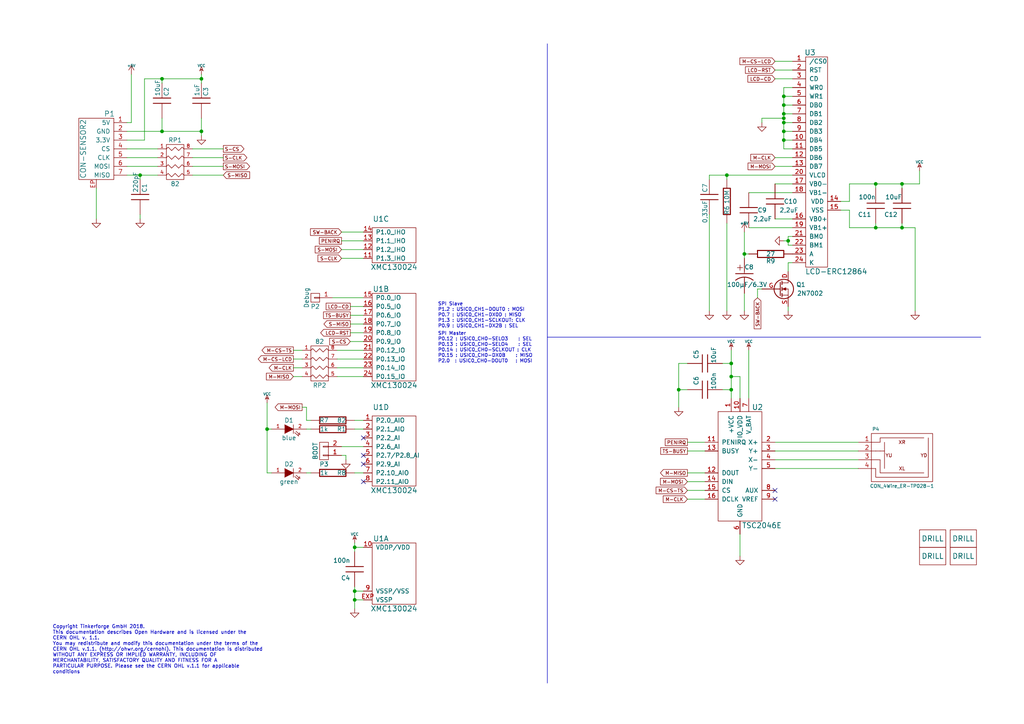
<source format=kicad_sch>
(kicad_sch (version 20230121) (generator eeschema)
  (paper "A4")
  (title_block (title "LCD 128x64 Bricklet") (date "2018-03-27") (rev "1.0") (company "Tinkerforge GmbH") (comment 1 "Licensed under CERN OHL v.1.1") (comment 2 "Copyright (©) 2018, L.Lauer <lukas@tinkerforge.com>"))
  (lib_symbols
    (symbol "tinkerforge:+5V" (power) (pin_names (offset 0))
      (property "Value" "tinkerforge_+5V" (at 0 3.556 0))
      (symbol "+5V_0_1"
        (polyline (pts (xy -0.762 1.27) (xy 0 2.54)))
        (polyline (pts (xy 0 0) (xy 0 2.54)))
        (polyline (pts (xy 0 2.54) (xy 0.762 1.27)))
      )
      (symbol "+5V_1_1"
        (pin power_in line (at 0 0 90) (length 0) hide (name "+5V") (number "1"))
      )
    )
    (symbol "tinkerforge:C" (pin_numbers hide) (pin_names (offset 0.254))
      (property "Reference" "C" (at 1.27 2.54 0))
      (property "Value" "tinkerforge_C" (at 1.27 -2.54 0))
      (symbol "C_0_1"
        (polyline (pts (xy -2.54 -0.762) (xy 2.54 -0.762)) (stroke (width 0.254)))
        (polyline (pts (xy -2.54 0.762) (xy 2.54 0.762)) (stroke (width 0.254)))
      )
      (symbol "C_1_1"
        (pin passive line (at 0 5.08 270) (length 4.318) (name "~") (number "1"))
        (pin passive line (at 0 -5.08 90) (length 4.318) (name "~") (number "2"))
      )
    )
    (symbol "tinkerforge:CON-SENSOR2" (pin_names (offset 1.016))
      (property "Reference" "P" (at -3.81 10.16 0))
      (property "Value" "tinkerforge_CON-SENSOR2" (at 3.81 0 90))
      (symbol "CON-SENSOR2_0_1"
        (rectangle (start -5.08 8.89) (end 5.08 -8.89))
      )
      (symbol "CON-SENSOR2_1_1"
        (pin passive line (at -8.89 7.62 0) (length 3.81) (name "5V") (number "1"))
        (pin passive line (at -8.89 5.08 0) (length 3.81) (name "GND") (number "2"))
        (pin passive line (at -8.89 2.54 0) (length 3.81) (name "3.3V") (number "3"))
        (pin passive line (at -8.89 0 0) (length 3.81) (name "CS") (number "4"))
        (pin passive line (at -8.89 -2.54 0) (length 3.81) (name "CLK") (number "5"))
        (pin passive line (at -8.89 -5.08 0) (length 3.81) (name "MOSI") (number "6"))
        (pin passive line (at -8.89 -7.62 0) (length 3.81) (name "MISO") (number "7"))
        (pin passive line (at 0 -11.43 90) (length 2.54) (name "~") (number "EP"))
      )
    )
    (symbol "tinkerforge:CONN_01X01" (pin_names (offset 1.016) hide)
      (property "Reference" "P" (at 0 2.54 0))
      (property "Value" "tinkerforge_CONN_01X01" (at 2.54 0 90))
      (symbol "CONN_01X01_0_1"
        (rectangle (start -1.27 0.127) (end 0.254 -0.127))
        (rectangle (start -1.27 1.27) (end 1.27 -1.27))
      )
      (symbol "CONN_01X01_1_1"
        (pin passive line (at -5.08 0 0) (length 3.81) (name "P1") (number "1"))
      )
    )
    (symbol "tinkerforge:CONN_01X02" (pin_names (offset 1.016) hide)
      (property "Reference" "P" (at 0 3.81 0))
      (property "Value" "tinkerforge_CONN_01X02" (at 2.54 0 90))
      (symbol "CONN_01X02_0_1"
        (rectangle (start -1.27 -1.143) (end 0.254 -1.397))
        (rectangle (start -1.27 1.397) (end 0.254 1.143))
        (rectangle (start -1.27 2.54) (end 1.27 -2.54))
      )
      (symbol "CONN_01X02_1_1"
        (pin passive line (at -5.08 1.27 0) (length 3.81) (name "P1") (number "1"))
        (pin passive line (at -5.08 -1.27 0) (length 3.81) (name "P2") (number "2"))
      )
    )
    (symbol "tinkerforge:CON_4Wire_ER-TP028-1" (pin_names (offset 1.016))
      (property "Reference" "P" (at -3.81 7.62 0))
      (property "Value" "tinkerforge_CON_4Wire_ER-TP028-1" (at 3.81 -8.89 0))
      (symbol "CON_4Wire_ER-TP028-1_0_0"
        (text "XL" (at 3.81 -3.81 0) (effects (font (size 0.9906 0.9906))))
        (text "XR" (at 3.81 3.81 0) (effects (font (size 0.9906 0.9906))))
        (text "YD" (at 10.16 0 0) (effects (font (size 0.9906 0.9906))))
        (text "YU" (at 0 0 0) (effects (font (size 0.9906 0.9906))))
      )
      (symbol "CON_4Wire_ER-TP028-1_0_1"
        (rectangle (start -5.08 6.35) (end 12.7 -7.62))
        (polyline (pts (xy -3.81 -1.27) (xy -2.54 -1.27)))
        (polyline (pts (xy -3.81 1.27) (xy -2.54 1.27)))
        (polyline (pts (xy -2.54 3.81) (xy -3.81 3.81)))
        (polyline (pts (xy -1.27 1.27) (xy -1.27 -3.81)))
        (polyline (pts (xy -2.54 -1.27) (xy -2.54 -5.08) (xy 10.16 -5.08)))
        (polyline (pts (xy -2.54 1.27) (xy -1.27 1.27) (xy -1.27 3.81)))
        (polyline (pts (xy -2.54 3.81) (xy -2.54 5.08) (xy 10.16 5.08)))
        (polyline (pts (xy -3.81 -3.81) (xy -3.81 -6.35) (xy 11.43 -6.35) (xy 11.43 5.08)))
      )
      (symbol "CON_4Wire_ER-TP028-1_1_1"
        (pin input line (at -8.89 3.81 0) (length 5.08) (name "~") (number "1"))
        (pin input line (at -8.89 1.27 0) (length 5.08) (name "~") (number "2"))
        (pin input line (at -8.89 -1.27 0) (length 5.08) (name "~") (number "3"))
        (pin input line (at -8.89 -3.81 0) (length 5.08) (name "~") (number "4"))
      )
    )
    (symbol "tinkerforge:CP1" (pin_numbers hide) (pin_names (offset 0.254) hide)
      (property "Reference" "C" (at 1.27 2.54 0))
      (property "Value" "tinkerforge_CP1" (at 1.27 -2.54 0))
      (symbol "CP1_0_0"
        (text "+" (at -1.27 2.54 0) (effects (font (size 2.032 2.032))))
      )
      (symbol "CP1_0_1"
        (polyline (pts (xy 0 1.27) (xy 0 0.762) (xy 0 0.762)))
        (polyline (pts (xy 2.54 0.635) (xy -2.54 0.635) (xy -2.54 0.635)) (stroke (width 0.254)))
        (arc (start 2.54 -1.27) (mid 0 -0.379) (end -2.54 -1.27) (stroke (width 0.254)))
      )
      (symbol "CP1_1_1"
        (pin passive line (at 0 5.08 270) (length 3.81) (name "~") (number "1"))
        (pin passive line (at 0 -5.08 90) (length 4.572) (name "~") (number "2"))
      )
    )
    (symbol "tinkerforge:DRILL" (pin_numbers hide) (pin_names (offset 0) hide)
      (property "Value" "tinkerforge_DRILL" (at 0 0 0))
      (symbol "DRILL_0_1"
        (rectangle (start -3.81 2.54) (end 3.81 -2.54))
      )
    )
    (symbol "tinkerforge:GND" (power) (pin_names (offset 0))
      (property "Value" "tinkerforge_GND" (at 0 -5.08 0))
      (symbol "GND_0_1"
        (polyline (pts (xy 0 0) (xy 0 -1.27) (xy 1.27 -1.27) (xy 0 -2.54) (xy -1.27 -1.27) (xy 0 -1.27)))
      )
      (symbol "GND_1_1"
        (pin power_in line (at 0 0 270) (length 0) hide (name "GND") (number "1"))
      )
    )
    (symbol "tinkerforge:LCD-ERC12864" (pin_names (offset 1.016))
      (property "Reference" "U" (at 1.27 31.75 0))
      (property "Value" "tinkerforge_LCD-ERC12864" (at 3.81 -31.75 0))
      (symbol "LCD-ERC12864_0_1"
        (rectangle (start 0 -30.48) (end 6.35 30.48))
      )
      (symbol "LCD-ERC12864_1_1"
        (pin passive line (at -3.81 29.21 0) (length 3.81) (name "/CS0") (number "1"))
        (pin passive line (at -3.81 6.35 0) (length 3.81) (name "DB4") (number "10"))
        (pin passive line (at -3.81 3.81 0) (length 3.81) (name "DB5") (number "11"))
        (pin passive line (at -3.81 1.27 0) (length 3.81) (name "DB6") (number "12"))
        (pin passive line (at -3.81 -1.27 0) (length 3.81) (name "DB7") (number "13"))
        (pin passive line (at 10.16 -11.43 180) (length 3.81) (name "VDD") (number "14"))
        (pin passive line (at 10.16 -13.97 180) (length 3.81) (name "VSS") (number "15"))
        (pin passive line (at -3.81 -16.51 0) (length 3.81) (name "VB0+") (number "16"))
        (pin passive line (at -3.81 -6.35 0) (length 3.81) (name "VB0-") (number "17"))
        (pin passive line (at -3.81 -8.89 0) (length 3.81) (name "VB1-") (number "18"))
        (pin passive line (at -3.81 -19.05 0) (length 3.81) (name "VB1+") (number "19"))
        (pin passive line (at -3.81 26.67 0) (length 3.81) (name "RST") (number "2"))
        (pin passive line (at -3.81 -3.81 0) (length 3.81) (name "VLCD") (number "20"))
        (pin passive line (at -3.81 -21.59 0) (length 3.81) (name "BM0") (number "21"))
        (pin passive line (at -3.81 -24.13 0) (length 3.81) (name "BM1") (number "22"))
        (pin input line (at -3.81 -26.67 0) (length 3.81) (name "A") (number "23"))
        (pin input line (at -3.81 -29.21 0) (length 3.81) (name "K") (number "24"))
        (pin passive line (at -3.81 24.13 0) (length 3.81) (name "CD") (number "3"))
        (pin passive line (at -3.81 21.59 0) (length 3.81) (name "WR0") (number "4"))
        (pin passive line (at -3.81 19.05 0) (length 3.81) (name "WR1") (number "5"))
        (pin passive line (at -3.81 16.51 0) (length 3.81) (name "DB0") (number "6"))
        (pin passive line (at -3.81 13.97 0) (length 3.81) (name "DB1") (number "7"))
        (pin passive line (at -3.81 11.43 0) (length 3.81) (name "DB2") (number "8"))
        (pin passive line (at -3.81 8.89 0) (length 3.81) (name "DB3") (number "9"))
      )
    )
    (symbol "tinkerforge:LED" (pin_names (offset 1.016) hide)
      (property "Reference" "D" (at 0 2.54 0))
      (property "Value" "tinkerforge_LED" (at 0 -2.54 0))
      (symbol "LED_0_1"
        (polyline (pts (xy 1.27 1.27) (xy 1.27 -1.27)))
        (polyline (pts (xy -1.27 1.27) (xy 1.27 0) (xy -1.27 -1.27)) (fill (type outline)))
        (polyline (pts (xy 1.651 -1.016) (xy 2.794 -2.032) (xy 2.667 -1.397)))
        (polyline (pts (xy 2.032 -0.635) (xy 3.175 -1.651) (xy 3.048 -1.016)))
      )
      (symbol "LED_1_1"
        (pin passive line (at -5.08 0 0) (length 3.81) (name "A") (number "1"))
        (pin passive line (at 5.08 0 180) (length 3.81) (name "K") (number "2"))
      )
    )
    (symbol "tinkerforge:MOSFET_N_CH" (pin_names (offset 0) hide)
      (property "Reference" "Q" (at 7.62 1.27 0))
      (property "Value" "tinkerforge_MOSFET_N_CH" (at 17.78 -1.27 0))
      (symbol "MOSFET_N_CH_0_1"
        (polyline (pts (xy 0.762 -1.778) (xy 2.54 -1.778)))
        (polyline (pts (xy 0.762 -1.27) (xy 0.762 -2.286)) (stroke (width 0.254)))
        (polyline (pts (xy 0.762 0) (xy 2.54 0)))
        (polyline (pts (xy 0.762 0.508) (xy 0.762 -0.508)) (stroke (width 0.254)))
        (polyline (pts (xy 0.762 1.778) (xy 2.54 1.778)))
        (polyline (pts (xy 0.762 2.286) (xy 0.762 1.27)) (stroke (width 0.254)))
        (polyline (pts (xy 2.54 -1.778) (xy 2.54 -2.54)))
        (polyline (pts (xy 2.54 -1.778) (xy 2.54 0)))
        (polyline (pts (xy 2.54 2.54) (xy 2.54 1.778)))
        (polyline (pts (xy 0.254 1.905) (xy 0.254 -1.905) (xy 0.254 -1.905)) (stroke (width 0.254)))
        (polyline (pts (xy 0.889 0) (xy 1.905 0.381) (xy 1.905 -0.381) (xy 0.889 0)) (fill (type outline)))
        (circle (center 1.27 0) (radius 2.8194) (stroke (width 0.254)))
      )
      (symbol "MOSFET_N_CH_1_1"
        (pin passive line (at 2.54 5.08 270) (length 2.54) (name "D") (number "D"))
        (pin input line (at -5.08 0 0) (length 5.334) (name "G") (number "G"))
        (pin passive line (at 2.54 -5.08 90) (length 2.54) (name "S") (number "S"))
      )
    )
    (symbol "tinkerforge:R" (pin_numbers hide) (pin_names (offset 0))
      (property "Reference" "R" (at 2.032 0 90))
      (property "Value" "tinkerforge_R" (at 0 0 90))
      (symbol "R_0_1"
        (rectangle (start -1.016 3.81) (end 1.016 -3.81) (stroke (width 0.3048)))
      )
      (symbol "R_1_1"
        (pin passive line (at 0 6.35 270) (length 2.54) (name "~") (number "1"))
        (pin passive line (at 0 -6.35 90) (length 2.54) (name "~") (number "2"))
      )
    )
    (symbol "tinkerforge:R_PACK4" (pin_names hide)
      (property "Reference" "RP" (at 0 11.43 0))
      (property "Value" "tinkerforge_R_PACK4" (at 0 -1.27 0))
      (symbol "R_PACK4_0_1"
        (polyline (pts (xy -2.54 10.16) (xy -2.54 0) (xy 2.54 0) (xy 2.54 10.16) (xy -2.54 10.16)))
        (polyline (pts (xy -2.54 1.27) (xy -2.032 1.778) (xy -1.016 0.762) (xy 0 1.778) (xy 1.016 0.762) (xy 2.032 1.778) (xy 2.54 1.27)))
        (polyline (pts (xy -2.54 3.81) (xy -2.032 4.318) (xy -1.016 3.302) (xy 0 4.318) (xy 1.016 3.302) (xy 2.032 4.318) (xy 2.54 3.81)))
        (polyline (pts (xy -2.54 6.35) (xy -2.032 6.858) (xy -1.016 5.842) (xy 0 6.858) (xy 1.016 5.842) (xy 2.032 6.858) (xy 2.54 6.35)))
        (polyline (pts (xy -2.54 8.89) (xy -2.032 9.398) (xy -1.016 8.382) (xy 0 9.398) (xy 1.016 8.382) (xy 2.032 9.398) (xy 2.54 8.89)))
      )
      (symbol "R_PACK4_1_1"
        (pin passive line (at -5.08 8.89 0) (length 2.54) (name "P1") (number "1"))
        (pin passive line (at -5.08 6.35 0) (length 2.54) (name "P2") (number "2"))
        (pin passive line (at -5.08 3.81 0) (length 2.54) (name "P3") (number "3"))
        (pin passive line (at -5.08 1.27 0) (length 2.54) (name "P4") (number "4"))
        (pin passive line (at 5.08 1.27 180) (length 2.54) (name "R4") (number "5"))
        (pin passive line (at 5.08 3.81 180) (length 2.54) (name "R3") (number "6"))
        (pin passive line (at 5.08 6.35 180) (length 2.54) (name "R2") (number "7"))
        (pin passive line (at 5.08 8.89 180) (length 2.54) (name "R1") (number "8"))
      )
    )
    (symbol "tinkerforge:TSC2046E" (pin_names (offset 1.016))
      (property "Reference" "U" (at 5.08 21.59 0))
      (property "Value" "tinkerforge_TSC2046E" (at 6.35 -12.7 0))
      (symbol "TSC2046E_0_1"
        (rectangle (start -6.35 20.32) (end 6.35 -11.43))
      )
      (symbol "TSC2046E_1_1"
        (pin passive line (at -2.54 24.13 270) (length 3.81) (name "+VCC") (number "1"))
        (pin passive line (at 0 24.13 270) (length 3.81) (name "IO_VDD") (number "10"))
        (pin passive line (at -10.16 11.43 0) (length 3.81) (name "PENIRQ") (number "11"))
        (pin passive line (at -10.16 2.54 0) (length 3.81) (name "DOUT") (number "12"))
        (pin passive line (at -10.16 8.89 0) (length 3.81) (name "BUSY") (number "13"))
        (pin passive line (at -10.16 0 0) (length 3.81) (name "DIN") (number "14"))
        (pin passive line (at -10.16 -2.54 0) (length 3.81) (name "CS") (number "15"))
        (pin passive line (at -10.16 -5.08 0) (length 3.81) (name "DCLK") (number "16"))
        (pin passive line (at 10.16 11.43 180) (length 3.81) (name "X+") (number "2"))
        (pin passive line (at 10.16 8.89 180) (length 3.81) (name "Y+") (number "3"))
        (pin passive line (at 10.16 6.35 180) (length 3.81) (name "X-") (number "4"))
        (pin passive line (at 10.16 3.81 180) (length 3.81) (name "Y-") (number "5"))
        (pin passive line (at 0 -15.24 90) (length 3.81) (name "GND") (number "6"))
        (pin passive line (at 2.54 24.13 270) (length 3.81) (name "V_BAT") (number "7"))
        (pin passive line (at 10.16 -2.54 180) (length 3.81) (name "AUX") (number "8"))
        (pin passive line (at 10.16 -5.08 180) (length 3.81) (name "VREF") (number "9"))
      )
    )
    (symbol "tinkerforge:VCC" (power) (pin_names (offset 0))
      (property "Value" "tinkerforge_VCC" (at 0 3.175 0))
      (symbol "VCC_0_0"
        (pin power_in line (at 0 0 90) (length 0) hide (name "VCC") (number "1"))
      )
      (symbol "VCC_0_1"
        (polyline (pts (xy 0 1.524) (xy 0 0)))
        (polyline (pts (xy 0 1.524) (xy 0.508 1.016) (xy 0 2.286) (xy -0.508 1.016) (xy 0 1.524) (xy 0 1.524)))
      )
    )
    (symbol "tinkerforge:XMC1XXX24" (pin_names (offset 1.016))
      (property "Reference" "U" (at -3.81 15.24 0))
      (property "Value" "tinkerforge_XMC1XXX24" (at 0 -16.51 0))
      (symbol "XMC1XXX24_1_1"
        (rectangle (start -6.35 8.89) (end 6.35 -8.89))
        (pin passive line (at -8.89 7.62 0) (length 2.54) (name "VDDP/VDD") (number "10"))
        (pin passive line (at -8.89 -5.08 0) (length 2.54) (name "VSSP/VSS") (number "9"))
        (pin passive line (at -8.89 -7.62 0) (length 2.54) (name "VSSP") (number "EXP"))
      )
      (symbol "XMC1XXX24_2_1"
        (rectangle (start -6.35 12.7) (end 6.35 -12.7))
        (pin passive line (at -8.89 11.43 0) (length 2.54) (name "P0.0_IO") (number "15"))
        (pin passive line (at -8.89 8.89 0) (length 2.54) (name "P0.5_IO") (number "16"))
        (pin passive line (at -8.89 6.35 0) (length 2.54) (name "P0.6_IO") (number "17"))
        (pin passive line (at -8.89 3.81 0) (length 2.54) (name "P0.7_IO") (number "18"))
        (pin passive line (at -8.89 1.27 0) (length 2.54) (name "P0.8_IO") (number "19"))
        (pin passive line (at -8.89 -1.27 0) (length 2.54) (name "P0.9_IO") (number "20"))
        (pin passive line (at -8.89 -3.81 0) (length 2.54) (name "P0.12_IO") (number "21"))
        (pin passive line (at -8.89 -6.35 0) (length 2.54) (name "P0.13_IO") (number "22"))
        (pin passive line (at -8.89 -8.89 0) (length 2.54) (name "P0.14_IO") (number "23"))
        (pin passive line (at -8.89 -11.43 0) (length 2.54) (name "P0.15_IO") (number "24"))
      )
      (symbol "XMC1XXX24_3_1"
        (rectangle (start -6.35 5.08) (end 6.35 -5.08))
        (pin passive line (at -8.89 -3.81 0) (length 2.54) (name "P1.3_IHO") (number "11"))
        (pin passive line (at -8.89 -1.27 0) (length 2.54) (name "P1.2_IHO") (number "12"))
        (pin passive line (at -8.89 1.27 0) (length 2.54) (name "P1.1_IHO") (number "13"))
        (pin passive line (at -8.89 3.81 0) (length 2.54) (name "P1.0_IHO") (number "14"))
      )
      (symbol "XMC1XXX24_4_1"
        (rectangle (start -6.35 10.16) (end 6.35 -10.16))
        (pin passive line (at -8.89 8.89 0) (length 2.54) (name "P2.0_AIO") (number "1"))
        (pin passive line (at -8.89 6.35 0) (length 2.54) (name "P2.1_AIO") (number "2"))
        (pin passive line (at -8.89 3.81 0) (length 2.54) (name "P2.2_AI") (number "3"))
        (pin passive line (at -8.89 1.27 0) (length 2.54) (name "P2.6_AI") (number "4"))
        (pin passive line (at -8.89 -1.27 0) (length 2.54) (name "P2.7/P2.8_AI") (number "5"))
        (pin passive line (at -8.89 -3.81 0) (length 2.54) (name "P2.9_AI") (number "6"))
        (pin passive line (at -8.89 -6.35 0) (length 2.54) (name "P2.10_AIO") (number "7"))
        (pin passive line (at -8.89 -8.89 0) (length 2.54) (name "P2.11_AIO") (number "8"))
      )
    )
  )
  (junction (at 102.87 158.75))
  (junction (at 227.33 40.64))
  (junction (at 227.33 30.48))
  (junction (at 215.9 73.66))
  (junction (at 196.85 113.03))
  (junction (at 227.33 34.29))
  (junction (at 46.99 22.86))
  (junction (at 210.82 50.8))
  (junction (at 227.33 27.94))
  (junction (at 212.09 113.03))
  (junction (at 227.33 38.1))
  (junction (at 58.42 38.1))
  (junction (at 254 53.34))
  (junction (at 228.6 69.85))
  (junction (at 77.47 124.46))
  (junction (at 227.33 35.56))
  (junction (at 58.42 22.86))
  (junction (at 102.87 173.99))
  (junction (at 40.64 50.8))
  (junction (at 102.87 171.45))
  (junction (at 212.09 109.22))
  (junction (at 261.62 66.04))
  (junction (at 227.33 33.02))
  (junction (at 212.09 105.41))
  (junction (at 254 66.04))
  (junction (at 46.99 38.1))
  (junction (at 261.62 53.34))
  (no_connect (at 105.41 127))
  (no_connect (at 105.41 132.08))
  (no_connect (at 224.79 142.24))
  (no_connect (at 105.41 134.62))
  (no_connect (at 224.79 144.78))
  (no_connect (at 105.41 139.7))
  (wire (pts (xy 224.79 17.78) (xy 229.87 17.78)))
  (wire (pts (xy 105.41 121.92) (xy 102.87 121.92)))
  (wire (pts (xy 55.88 48.26) (xy 64.77 48.26)))
  (wire (pts (xy 77.47 116.84) (xy 77.47 124.46)))
  (wire (pts (xy 90.17 121.92) (xy 88.9 121.92)))
  (wire (pts (xy 102.87 170.18) (xy 102.87 171.45)))
  (wire (pts (xy 46.99 38.1) (xy 58.42 38.1)))
  (wire (pts (xy 209.55 105.41) (xy 212.09 105.41)))
  (polyline (pts (xy 284.48 97.79) (xy 158.75 97.79)))
  (wire (pts (xy 205.74 62.23) (xy 205.74 90.17)))
  (wire (pts (xy 217.17 55.88) (xy 229.87 55.88)))
  (wire (pts (xy 227.33 43.18) (xy 229.87 43.18)))
  (wire (pts (xy 102.87 157.48) (xy 102.87 158.75)))
  (wire (pts (xy 214.63 154.94) (xy 214.63 161.29)))
  (wire (pts (xy 210.82 52.07) (xy 210.82 50.8)))
  (wire (pts (xy 227.33 38.1) (xy 227.33 40.64)))
  (wire (pts (xy 102.87 173.99) (xy 102.87 176.53)))
  (wire (pts (xy 228.6 68.58) (xy 229.87 68.58)))
  (wire (pts (xy 246.38 58.42) (xy 243.84 58.42)))
  (polyline (pts (xy 158.75 12.7) (xy 158.75 198.12)))
  (wire (pts (xy 55.88 45.72) (xy 64.77 45.72)))
  (wire (pts (xy 199.39 142.24) (xy 204.47 142.24)))
  (wire (pts (xy 214.63 109.22) (xy 212.09 109.22)))
  (wire (pts (xy 88.9 118.11) (xy 87.63 118.11)))
  (wire (pts (xy 102.87 137.16) (xy 105.41 137.16)))
  (wire (pts (xy 224.79 45.72) (xy 229.87 45.72)))
  (wire (pts (xy 102.87 158.75) (xy 102.87 160.02)))
  (wire (pts (xy 99.06 132.08) (xy 100.33 132.08)))
  (wire (pts (xy 101.6 91.44) (xy 105.41 91.44)))
  (wire (pts (xy 205.74 50.8) (xy 205.74 52.07)))
  (wire (pts (xy 105.41 74.93) (xy 99.06 74.93)))
  (wire (pts (xy 229.87 76.2) (xy 228.6 76.2)))
  (wire (pts (xy 248.92 135.89) (xy 224.79 135.89)))
  (wire (pts (xy 224.79 133.35) (xy 248.92 133.35)))
  (wire (pts (xy 38.1 35.56) (xy 36.83 35.56)))
  (wire (pts (xy 46.99 22.86) (xy 58.42 22.86)))
  (wire (pts (xy 85.09 101.6) (xy 87.63 101.6)))
  (wire (pts (xy 97.79 104.14) (xy 105.41 104.14)))
  (wire (pts (xy 204.47 139.7) (xy 199.39 139.7)))
  (wire (pts (xy 229.87 40.64) (xy 227.33 40.64)))
  (wire (pts (xy 58.42 21.59) (xy 58.42 22.86)))
  (wire (pts (xy 254 66.04) (xy 261.62 66.04)))
  (wire (pts (xy 228.6 71.12) (xy 229.87 71.12)))
  (wire (pts (xy 215.9 85.09) (xy 215.9 90.17)))
  (wire (pts (xy 101.6 99.06) (xy 105.41 99.06)))
  (wire (pts (xy 105.41 101.6) (xy 97.79 101.6)))
  (wire (pts (xy 214.63 115.57) (xy 214.63 109.22)))
  (wire (pts (xy 228.6 69.85) (xy 228.6 71.12)))
  (wire (pts (xy 196.85 113.03) (xy 196.85 118.11)))
  (wire (pts (xy 243.84 60.96) (xy 246.38 60.96)))
  (wire (pts (xy 102.87 158.75) (xy 105.41 158.75)))
  (wire (pts (xy 36.83 43.18) (xy 45.72 43.18)))
  (wire (pts (xy 229.87 35.56) (xy 227.33 35.56)))
  (wire (pts (xy 102.87 124.46) (xy 105.41 124.46)))
  (wire (pts (xy 99.06 72.39) (xy 105.41 72.39)))
  (wire (pts (xy 100.33 132.08) (xy 100.33 133.35)))
  (wire (pts (xy 224.79 128.27) (xy 248.92 128.27)))
  (wire (pts (xy 27.94 54.61) (xy 27.94 63.5)))
  (wire (pts (xy 228.6 76.2) (xy 228.6 78.74)))
  (wire (pts (xy 105.41 88.9) (xy 101.6 88.9)))
  (wire (pts (xy 246.38 53.34) (xy 246.38 58.42)))
  (wire (pts (xy 215.9 67.31) (xy 215.9 73.66)))
  (wire (pts (xy 212.09 109.22) (xy 212.09 113.03)))
  (wire (pts (xy 215.9 73.66) (xy 215.9 74.93)))
  (wire (pts (xy 102.87 173.99) (xy 105.41 173.99)))
  (wire (pts (xy 40.64 50.8) (xy 40.64 52.07)))
  (wire (pts (xy 212.09 113.03) (xy 212.09 115.57)))
  (wire (pts (xy 105.41 69.85) (xy 99.06 69.85)))
  (wire (pts (xy 38.1 21.59) (xy 38.1 35.56)))
  (wire (pts (xy 36.83 48.26) (xy 45.72 48.26)))
  (wire (pts (xy 261.62 66.04) (xy 265.43 66.04)))
  (wire (pts (xy 228.6 68.58) (xy 228.6 69.85)))
  (wire (pts (xy 266.7 53.34) (xy 266.7 49.53)))
  (wire (pts (xy 229.87 66.04) (xy 217.17 66.04)))
  (wire (pts (xy 261.62 54.61) (xy 261.62 53.34)))
  (wire (pts (xy 41.91 40.64) (xy 41.91 22.86)))
  (wire (pts (xy 41.91 22.86) (xy 46.99 22.86)))
  (wire (pts (xy 97.79 109.22) (xy 105.41 109.22)))
  (wire (pts (xy 246.38 53.34) (xy 254 53.34)))
  (wire (pts (xy 102.87 171.45) (xy 102.87 173.99)))
  (wire (pts (xy 228.6 88.9) (xy 228.6 90.17)))
  (wire (pts (xy 227.33 34.29) (xy 220.98 34.29)))
  (wire (pts (xy 212.09 105.41) (xy 212.09 109.22)))
  (wire (pts (xy 46.99 24.13) (xy 46.99 22.86)))
  (wire (pts (xy 254 64.77) (xy 254 66.04)))
  (wire (pts (xy 196.85 105.41) (xy 196.85 113.03)))
  (wire (pts (xy 46.99 34.29) (xy 46.99 38.1)))
  (wire (pts (xy 85.09 106.68) (xy 87.63 106.68)))
  (wire (pts (xy 229.87 20.32) (xy 224.79 20.32)))
  (wire (pts (xy 36.83 50.8) (xy 40.64 50.8)))
  (wire (pts (xy 101.6 96.52) (xy 105.41 96.52)))
  (wire (pts (xy 261.62 53.34) (xy 266.7 53.34)))
  (wire (pts (xy 220.98 34.29) (xy 220.98 35.56)))
  (wire (pts (xy 219.71 83.82) (xy 219.71 86.36)))
  (wire (pts (xy 58.42 22.86) (xy 58.42 24.13)))
  (wire (pts (xy 40.64 50.8) (xy 45.72 50.8)))
  (wire (pts (xy 261.62 64.77) (xy 261.62 66.04)))
  (wire (pts (xy 87.63 109.22) (xy 85.09 109.22)))
  (wire (pts (xy 246.38 66.04) (xy 254 66.04)))
  (wire (pts (xy 229.87 38.1) (xy 227.33 38.1)))
  (wire (pts (xy 210.82 50.8) (xy 229.87 50.8)))
  (wire (pts (xy 55.88 50.8) (xy 64.77 50.8)))
  (wire (pts (xy 90.17 137.16) (xy 88.9 137.16)))
  (wire (pts (xy 199.39 128.27) (xy 204.47 128.27)))
  (wire (pts (xy 227.33 25.4) (xy 227.33 27.94)))
  (wire (pts (xy 199.39 105.41) (xy 196.85 105.41)))
  (wire (pts (xy 77.47 124.46) (xy 77.47 137.16)))
  (wire (pts (xy 229.87 33.02) (xy 227.33 33.02)))
  (wire (pts (xy 227.33 40.64) (xy 227.33 43.18)))
  (wire (pts (xy 229.87 48.26) (xy 224.79 48.26)))
  (wire (pts (xy 205.74 50.8) (xy 210.82 50.8)))
  (wire (pts (xy 204.47 144.78) (xy 199.39 144.78)))
  (wire (pts (xy 217.17 115.57) (xy 217.17 101.6)))
  (wire (pts (xy 55.88 43.18) (xy 64.77 43.18)))
  (wire (pts (xy 105.41 129.54) (xy 99.06 129.54)))
  (wire (pts (xy 229.87 27.94) (xy 227.33 27.94)))
  (wire (pts (xy 227.33 34.29) (xy 227.33 35.56)))
  (wire (pts (xy 58.42 38.1) (xy 58.42 39.37)))
  (wire (pts (xy 227.33 33.02) (xy 227.33 34.29)))
  (wire (pts (xy 217.17 73.66) (xy 215.9 73.66)))
  (wire (pts (xy 105.41 171.45) (xy 102.87 171.45)))
  (wire (pts (xy 199.39 113.03) (xy 196.85 113.03)))
  (wire (pts (xy 224.79 63.5) (xy 229.87 63.5)))
  (wire (pts (xy 45.72 45.72) (xy 36.83 45.72)))
  (wire (pts (xy 58.42 34.29) (xy 58.42 38.1)))
  (wire (pts (xy 229.87 53.34) (xy 224.79 53.34)))
  (wire (pts (xy 254 54.61) (xy 254 53.34)))
  (wire (pts (xy 204.47 130.81) (xy 199.39 130.81)))
  (wire (pts (xy 105.41 67.31) (xy 99.06 67.31)))
  (wire (pts (xy 36.83 40.64) (xy 41.91 40.64)))
  (wire (pts (xy 36.83 38.1) (xy 46.99 38.1)))
  (wire (pts (xy 254 53.34) (xy 261.62 53.34)))
  (wire (pts (xy 248.92 130.81) (xy 224.79 130.81)))
  (wire (pts (xy 105.41 86.36) (xy 96.52 86.36)))
  (wire (pts (xy 199.39 137.16) (xy 204.47 137.16)))
  (wire (pts (xy 227.33 69.85) (xy 228.6 69.85)))
  (wire (pts (xy 77.47 137.16) (xy 78.74 137.16)))
  (wire (pts (xy 220.98 83.82) (xy 219.71 83.82)))
  (wire (pts (xy 90.17 124.46) (xy 88.9 124.46)))
  (wire (pts (xy 88.9 121.92) (xy 88.9 118.11)))
  (wire (pts (xy 40.64 63.5) (xy 40.64 62.23)))
  (wire (pts (xy 224.79 22.86) (xy 229.87 22.86)))
  (wire (pts (xy 105.41 106.68) (xy 97.79 106.68)))
  (wire (pts (xy 227.33 27.94) (xy 227.33 30.48)))
  (wire (pts (xy 212.09 101.6) (xy 212.09 105.41)))
  (wire (pts (xy 78.74 124.46) (xy 77.47 124.46)))
  (wire (pts (xy 227.33 25.4) (xy 229.87 25.4)))
  (wire (pts (xy 227.33 30.48) (xy 227.33 33.02)))
  (wire (pts (xy 246.38 60.96) (xy 246.38 66.04)))
  (wire (pts (xy 101.6 93.98) (xy 105.41 93.98)))
  (wire (pts (xy 87.63 104.14) (xy 85.09 104.14)))
  (wire (pts (xy 212.09 113.03) (xy 209.55 113.03)))
  (wire (pts (xy 210.82 64.77) (xy 210.82 90.17)))
  (wire (pts (xy 265.43 66.04) (xy 265.43 90.17)))
  (wire (pts (xy 229.87 30.48) (xy 227.33 30.48)))
  (wire (pts (xy 227.33 35.56) (xy 227.33 38.1)))
  (text "SPI Slave\nP1.2 : USIC0_CH1-DOUT0 : MOSI\nP0.7 : USIC0_CH1-DX0D : MISO\nP1.3 : USIC0_CH1-SCLKOUT: CLK\nP0.9 : USIC0_CH1-DX2B : SEL\n" (at 127 95.25 0) (effects (font (size 0.9906 0.9906)) (justify left bottom)))
  (text "SPI Master\nP0.12 : USIC0_CH0-SELO3    : SEL\nP0.13 : USIC0_CH0-SELO4    : SEL\nP0.14 : USIC0_CH0-SCLKOUT : CLK\nP0.15 : USIC0_CH0-DX0B    : MISO\nP2.0  : USIC0_CH0-DOUT0   : MOSI" (at 127 105.41 0) (effects (font (size 0.9906 0.9906)) (justify left bottom)))
  (text "Copyright Tinkerforge GmbH 2018.\nThis documentation describes Open Hardware and is licensed under the\nCERN OHL v. 1.1.\nYou may redistribute and modify this documentation under the terms of the\nCERN OHL v.1.1. (http://ohwr.org/cernohl). This documentation is distributed\nWITHOUT ANY EXPRESS OR IMPLIED WARRANTY, INCLUDING OF\nMERCHANTABILITY, SATISFACTORY QUALITY AND FITNESS FOR A\nPARTICULAR PURPOSE. Please see the CERN OHL v.1.1 for applicable\nconditions\n" (at 15.24 195.58 0) (effects (font (size 1.016 1.016)) (justify left bottom)))
  (global_label "M-CLK" (shape output) (at 85.09 106.68 180) (effects (font (size 0.9906 0.9906))) (property "Intersheetrefs" "${INTERSHEET_REFS}" (effects hide)))
  (global_label "TS-BUSY" (shape passive) (at 199.39 130.81 180) (effects (font (size 0.9906 0.9906))) (property "Intersheetrefs" "${INTERSHEET_REFS}" (effects hide)))
  (global_label "S-MOSI" (shape input) (at 99.06 72.39 180) (effects (font (size 0.9906 0.9906))) (property "Intersheetrefs" "${INTERSHEET_REFS}" (effects hide)))
  (global_label "M-MOSI" (shape output) (at 87.63 118.11 180) (effects (font (size 0.9906 0.9906))) (property "Intersheetrefs" "${INTERSHEET_REFS}" (effects hide)))
  (global_label "S-MISO" (shape input) (at 64.77 50.8 0) (effects (font (size 0.9906 0.9906))) (property "Intersheetrefs" "${INTERSHEET_REFS}" (effects hide)))
  (global_label "S-CLK" (shape input) (at 99.06 74.93 180) (effects (font (size 0.9906 0.9906))) (property "Intersheetrefs" "${INTERSHEET_REFS}" (effects hide)))
  (global_label "M-MOSI" (shape input) (at 224.79 48.26 180) (effects (font (size 0.9906 0.9906))) (property "Intersheetrefs" "${INTERSHEET_REFS}" (effects hide)))
  (global_label "LCD-CD" (shape input) (at 224.79 22.86 180) (effects (font (size 0.9906 0.9906))) (property "Intersheetrefs" "${INTERSHEET_REFS}" (effects hide)))
  (global_label "S-MOSI" (shape output) (at 64.77 48.26 0) (effects (font (size 0.9906 0.9906))) (property "Intersheetrefs" "${INTERSHEET_REFS}" (effects hide)))
  (global_label "M-CLK" (shape input) (at 224.79 45.72 180) (effects (font (size 0.9906 0.9906))) (property "Intersheetrefs" "${INTERSHEET_REFS}" (effects hide)))
  (global_label "M-CS-TS" (shape output) (at 85.09 101.6 180) (effects (font (size 0.9906 0.9906))) (property "Intersheetrefs" "${INTERSHEET_REFS}" (effects hide)))
  (global_label "S-CS" (shape input) (at 101.6 99.06 180) (effects (font (size 0.9906 0.9906))) (property "Intersheetrefs" "${INTERSHEET_REFS}" (effects hide)))
  (global_label "M-MISO" (shape input) (at 85.09 109.22 180) (effects (font (size 0.9906 0.9906))) (property "Intersheetrefs" "${INTERSHEET_REFS}" (effects hide)))
  (global_label "M-CLK" (shape input) (at 199.39 144.78 180) (effects (font (size 0.9906 0.9906))) (property "Intersheetrefs" "${INTERSHEET_REFS}" (effects hide)))
  (global_label "S-MISO" (shape output) (at 101.6 93.98 180) (effects (font (size 0.9906 0.9906))) (property "Intersheetrefs" "${INTERSHEET_REFS}" (effects hide)))
  (global_label "SW-BACK" (shape input) (at 219.71 86.36 270) (effects (font (size 0.9906 0.9906))) (property "Intersheetrefs" "${INTERSHEET_REFS}" (effects hide)))
  (global_label "PENIRQ" (shape passive) (at 199.39 128.27 180) (effects (font (size 0.9906 0.9906))) (property "Intersheetrefs" "${INTERSHEET_REFS}" (effects hide)))
  (global_label "TS-BUSY" (shape passive) (at 101.6 91.44 180) (effects (font (size 0.9906 0.9906))) (property "Intersheetrefs" "${INTERSHEET_REFS}" (effects hide)))
  (global_label "M-CS-LCD" (shape output) (at 85.09 104.14 180) (effects (font (size 0.9906 0.9906))) (property "Intersheetrefs" "${INTERSHEET_REFS}" (effects hide)))
  (global_label "LCD-CD" (shape passive) (at 101.6 88.9 180) (effects (font (size 0.9906 0.9906))) (property "Intersheetrefs" "${INTERSHEET_REFS}" (effects hide)))
  (global_label "PENIRQ" (shape passive) (at 99.06 69.85 180) (effects (font (size 0.9906 0.9906))) (property "Intersheetrefs" "${INTERSHEET_REFS}" (effects hide)))
  (global_label "M-MOSI" (shape input) (at 199.39 139.7 180) (effects (font (size 0.9906 0.9906))) (property "Intersheetrefs" "${INTERSHEET_REFS}" (effects hide)))
  (global_label "S-CLK" (shape output) (at 64.77 45.72 0) (effects (font (size 0.9906 0.9906))) (property "Intersheetrefs" "${INTERSHEET_REFS}" (effects hide)))
  (global_label "LCD-RST" (shape input) (at 224.79 20.32 180) (effects (font (size 0.9906 0.9906))) (property "Intersheetrefs" "${INTERSHEET_REFS}" (effects hide)))
  (global_label "LCD-RST" (shape output) (at 101.6 96.52 180) (effects (font (size 0.9906 0.9906))) (property "Intersheetrefs" "${INTERSHEET_REFS}" (effects hide)))
  (global_label "SW-BACK" (shape input) (at 99.06 67.31 180) (effects (font (size 0.9906 0.9906))) (property "Intersheetrefs" "${INTERSHEET_REFS}" (effects hide)))
  (global_label "M-CS-TS" (shape input) (at 199.39 142.24 180) (effects (font (size 0.9906 0.9906))) (property "Intersheetrefs" "${INTERSHEET_REFS}" (effects hide)))
  (global_label "M-MISO" (shape output) (at 199.39 137.16 180) (effects (font (size 0.9906 0.9906))) (property "Intersheetrefs" "${INTERSHEET_REFS}" (effects hide)))
  (global_label "S-CS" (shape output) (at 64.77 43.18 0) (effects (font (size 0.9906 0.9906))) (property "Intersheetrefs" "${INTERSHEET_REFS}" (effects hide)))
  (global_label "M-CS-LCD" (shape input) (at 224.79 17.78 180) (effects (font (size 0.9906 0.9906))) (property "Intersheetrefs" "${INTERSHEET_REFS}" (effects hide)))
  (symbol (lib_id "tinkerforge:GND") (at 40.64 63.5 0) (unit 1)
    (property "Reference" "#PWR03" (effects hide))
    (property "Value" "GND" (effects hide))
  )
  (symbol (lib_id "tinkerforge:GND") (at 27.94 63.5 0) (unit 1)
    (property "Reference" "#PWR02" (effects hide))
    (property "Value" "GND" (effects hide))
  )
  (symbol (lib_id "tinkerforge:VCC") (at 58.42 21.59 0) (unit 1)
    (property "Reference" "#PWR01" (effects hide))
    (property "Value" "VCC" (at 58.42 19.05 0) (effects (font (size 0.762 0.762))))
  )
  (symbol (lib_id "tinkerforge:DRILL") (at 279.4 156.21 0) (unit 1)
    (property "Reference" "U6" (effects hide))
    (property "Value" "DRILL" (at 279.4 156.21 0) (effects (font (size 1.524 1.524))))
    (property "Footprint" "kicad-libraries:DRILL_NP" (effects hide))
  )
  (symbol (lib_id "tinkerforge:DRILL") (at 279.4 161.29 0) (unit 1)
    (property "Reference" "U7" (effects hide))
    (property "Value" "DRILL" (at 279.4 161.29 0) (effects (font (size 1.524 1.524))))
    (property "Footprint" "kicad-libraries:DRILL_NP" (effects hide))
  )
  (symbol (lib_id "tinkerforge:DRILL") (at 270.51 161.29 0) (unit 1)
    (property "Reference" "U5" (effects hide))
    (property "Value" "DRILL" (at 270.51 161.29 0) (effects (font (size 1.524 1.524))))
    (property "Footprint" "kicad-libraries:DRILL_NP" (effects hide))
  )
  (symbol (lib_id "tinkerforge:DRILL") (at 270.51 156.21 0) (unit 1)
    (property "Reference" "U4" (effects hide))
    (property "Value" "DRILL" (at 270.51 156.21 0) (effects (font (size 1.524 1.524))))
    (property "Footprint" "kicad-libraries:DRILL_NP" (effects hide))
  )
  (symbol (lib_id "tinkerforge:GND") (at 205.74 90.17 0) (unit 1)
    (property "Reference" "#PWR09" (effects hide))
    (property "Value" "GND" (effects hide))
  )
  (symbol (lib_id "tinkerforge:CON-SENSOR2") (at 27.94 43.18 0) (mirror y) (unit 1)
    (property "Reference" "P1" (at 31.75 33.02 0) (effects (font (size 1.524 1.524))))
    (property "Value" "CON-SENSOR2" (at 24.13 43.18 90) (effects (font (size 1.524 1.524))))
    (property "Footprint" "kicad-libraries:CON-SENSOR2" (effects hide))
  )
  (symbol (lib_id "tinkerforge:C") (at 46.99 29.21 0) (unit 1)
    (property "Reference" "C2" (at 48.26 27.94 90) (effects (justify left)))
    (property "Value" "10uF" (at 45.72 27.94 90) (effects (justify left)))
    (property "Footprint" "kicad-libraries:C0805" (effects hide))
  )
  (symbol (lib_id "tinkerforge:C") (at 58.42 29.21 0) (unit 1)
    (property "Reference" "C3" (at 59.69 27.94 90) (effects (justify left)))
    (property "Value" "1uF" (at 57.15 27.94 90) (effects (justify left)))
    (property "Footprint" "kicad-libraries:C0603F" (effects hide))
  )
  (symbol (lib_id "tinkerforge:R_PACK4") (at 50.8 52.07 0) (unit 1)
    (property "Reference" "RP1" (at 50.8 40.64 0))
    (property "Value" "82" (at 50.8 53.34 0))
    (property "Footprint" "kicad-libraries:4X0402" (effects hide))
  )
  (symbol (lib_id "tinkerforge:C") (at 40.64 57.15 0) (unit 1)
    (property "Reference" "C1" (at 41.91 55.88 90) (effects (justify left)))
    (property "Value" "220pF" (at 39.37 55.88 90) (effects (justify left)))
    (property "Footprint" "kicad-libraries:C0402F" (effects hide))
  )
  (symbol (lib_id "tinkerforge:GND") (at 58.42 39.37 0) (unit 1)
    (property "Reference" "#PWR04" (effects hide))
    (property "Value" "GND" (effects hide))
  )
  (symbol (lib_id "tinkerforge:XMC1XXX24") (at 114.3 166.37 0) (unit 1)
    (property "Reference" "U1" (at 110.49 156.21 0) (effects (font (size 1.524 1.524))))
    (property "Value" "XMC130024" (at 114.3 176.53 0) (effects (font (size 1.524 1.524))))
    (property "Footprint" "kicad-libraries:QFN24-4x4mm-0.5mm" (effects hide))
  )
  (symbol (lib_id "tinkerforge:XMC1XXX24") (at 114.3 97.79 0) (unit 2)
    (property "Reference" "U1" (at 110.49 83.82 0) (effects (font (size 1.524 1.524))))
    (property "Value" "XMC130024" (at 114.3 111.76 0) (effects (font (size 1.524 1.524))))
    (property "Footprint" "kicad-libraries:QFN24-4x4mm-0.5mm" (effects hide))
  )
  (symbol (lib_id "tinkerforge:XMC1XXX24") (at 114.3 71.12 0) (unit 3)
    (property "Reference" "U1" (at 110.49 63.5 0) (effects (font (size 1.524 1.524))))
    (property "Value" "XMC130024" (at 114.3 77.47 0) (effects (font (size 1.524 1.524))))
    (property "Footprint" "kicad-libraries:QFN24-4x4mm-0.5mm" (effects hide))
  )
  (symbol (lib_id "tinkerforge:XMC1XXX24") (at 114.3 130.81 0) (unit 4)
    (property "Reference" "U1" (at 110.49 118.11 0) (effects (font (size 1.524 1.524))))
    (property "Value" "XMC130024" (at 114.3 142.24 0) (effects (font (size 1.524 1.524))))
    (property "Footprint" "kicad-libraries:QFN24-4x4mm-0.5mm" (effects hide))
  )
  (symbol (lib_id "tinkerforge:C") (at 102.87 165.1 180) (unit 1)
    (property "Reference" "C4" (at 101.6 167.64 0) (effects (justify left)))
    (property "Value" "100n" (at 101.6 162.56 0) (effects (justify left)))
    (property "Footprint" "kicad-libraries:C0603F" (effects hide))
  )
  (symbol (lib_id "tinkerforge:GND") (at 102.87 176.53 0) (unit 1)
    (property "Reference" "#PWR05" (effects hide))
    (property "Value" "GND" (effects hide))
  )
  (symbol (lib_id "tinkerforge:VCC") (at 102.87 157.48 0) (unit 1)
    (property "Reference" "#PWR06" (effects hide))
    (property "Value" "VCC" (at 102.87 154.94 0) (effects (font (size 0.762 0.762))))
  )
  (symbol (lib_id "tinkerforge:R") (at 96.52 124.46 270) (unit 1)
    (property "Reference" "R1" (at 99.06 124.46 90))
    (property "Value" "1k" (at 93.98 124.46 90))
    (property "Footprint" "kicad-libraries:R0603F" (effects hide))
  )
  (symbol (lib_id "tinkerforge:LED") (at 83.82 124.46 0) (unit 1)
    (property "Reference" "D1" (at 83.82 121.92 0))
    (property "Value" "blue" (at 83.82 127 0))
    (property "Footprint" "kicad-libraries:D0603E" (effects hide))
  )
  (symbol (lib_id "tinkerforge:CONN_01X02") (at 93.98 130.81 180) (unit 1)
    (property "Reference" "P3" (at 93.98 134.62 0))
    (property "Value" "BOOT" (at 91.44 130.81 90))
    (property "Footprint" "kicad-libraries:SolderJumper" (effects hide))
  )
  (symbol (lib_id "tinkerforge:GND") (at 100.33 133.35 0) (unit 1)
    (property "Reference" "#PWR07" (effects hide))
    (property "Value" "GND" (effects hide))
  )
  (symbol (lib_id "tinkerforge:VCC") (at 77.47 116.84 0) (unit 1)
    (property "Reference" "#PWR08" (effects hide))
    (property "Value" "VCC" (at 77.47 114.3 0) (effects (font (size 0.762 0.762))))
  )
  (symbol (lib_id "tinkerforge:CONN_01X01") (at 91.44 86.36 180) (unit 1)
    (property "Reference" "P2" (at 91.44 88.9 0))
    (property "Value" "Debug" (at 88.9 86.36 90))
    (property "Footprint" "kicad-libraries:DEBUG_PAD" (effects hide))
  )
  (symbol (lib_id "tinkerforge:R_PACK4") (at 92.71 110.49 0) (unit 1)
    (property "Reference" "RP2" (at 92.71 111.76 0))
    (property "Value" "82" (at 92.71 99.06 0))
    (property "Footprint" "kicad-libraries:4X0402" (effects hide))
  )
  (symbol (lib_id "tinkerforge:VCC") (at 266.7 49.53 0) (unit 1)
    (property "Reference" "#PWR010" (effects hide))
    (property "Value" "VCC" (at 266.7 46.99 0) (effects (font (size 0.762 0.762))))
  )
  (symbol (lib_id "tinkerforge:LCD-ERC12864") (at 233.68 46.99 0) (unit 1)
    (property "Reference" "U3" (at 234.95 15.24 0) (effects (font (size 1.524 1.524))))
    (property "Value" "LCD-ERC12864" (at 242.57 78.74 0) (effects (font (size 1.524 1.524))))
    (property "Footprint" "kicad-libraries:ERC12864-655_128x64" (effects hide))
  )
  (symbol (lib_id "tinkerforge:C") (at 217.17 60.96 0) (unit 1)
    (property "Reference" "C9" (at 219.71 60.96 0) (effects (justify left)))
    (property "Value" "2,2uF" (at 218.44 63.5 0) (effects (justify left)))
    (property "Footprint" "kicad-libraries:C0603F" (effects hide))
  )
  (symbol (lib_id "tinkerforge:TSC2046E") (at 214.63 139.7 0) (unit 1)
    (property "Reference" "U2" (at 219.71 118.11 0) (effects (font (size 1.524 1.524))))
    (property "Value" "TSC2046E" (at 220.98 152.4 0) (effects (font (size 1.524 1.524))))
    (property "Footprint" "kicad-libraries:TSSOP16" (effects hide))
  )
  (symbol (lib_id "tinkerforge:C") (at 224.79 58.42 0) (unit 1)
    (property "Reference" "C10" (at 227.33 58.42 0) (effects (justify left)))
    (property "Value" "2,2uF" (at 226.06 60.96 0) (effects (justify left)))
    (property "Footprint" "kicad-libraries:C0603F" (effects hide))
  )
  (symbol (lib_id "tinkerforge:R") (at 96.52 121.92 270) (unit 1)
    (property "Reference" "R7" (at 93.98 121.92 90))
    (property "Value" "82" (at 99.06 121.92 90))
    (property "Footprint" "kicad-libraries:R0402F" (effects hide))
  )
  (symbol (lib_id "tinkerforge:GND") (at 214.63 161.29 0) (unit 1)
    (property "Reference" "#PWR016" (effects hide))
    (property "Value" "GND" (effects hide))
  )
  (symbol (lib_id "tinkerforge:C") (at 205.74 57.15 0) (unit 1)
    (property "Reference" "C7" (at 204.47 55.88 90) (effects (justify left)))
    (property "Value" "0,33uF" (at 204.47 64.77 90) (effects (justify left)))
    (property "Footprint" "kicad-libraries:R0603F" (effects hide))
  )
  (symbol (lib_id "tinkerforge:R") (at 210.82 58.42 0) (unit 1)
    (property "Reference" "R6" (at 210.82 60.96 90))
    (property "Value" "10M" (at 210.82 57.15 90))
    (property "Footprint" "kicad-libraries:R0603F" (effects hide))
  )
  (symbol (lib_id "tinkerforge:GND") (at 210.82 90.17 0) (unit 1)
    (property "Reference" "#PWR011" (effects hide))
    (property "Value" "GND" (effects hide))
  )
  (symbol (lib_id "tinkerforge:C") (at 254 59.69 180) (unit 1)
    (property "Reference" "C11" (at 252.73 62.23 0) (effects (justify left)))
    (property "Value" "100n" (at 254 57.15 0) (effects (justify left)))
    (property "Footprint" "kicad-libraries:C0603F" (effects hide))
  )
  (symbol (lib_id "tinkerforge:C") (at 261.62 59.69 180) (unit 1)
    (property "Reference" "C12" (at 260.35 62.23 0) (effects (justify left)))
    (property "Value" "10uF" (at 261.62 57.15 0) (effects (justify left)))
    (property "Footprint" "kicad-libraries:C0805" (effects hide))
  )
  (symbol (lib_id "tinkerforge:GND") (at 265.43 90.17 0) (unit 1)
    (property "Reference" "#PWR012" (effects hide))
    (property "Value" "GND" (effects hide))
  )
  (symbol (lib_id "tinkerforge:GND") (at 220.98 35.56 0) (unit 1)
    (property "Reference" "#PWR020" (effects hide))
    (property "Value" "GND" (effects hide))
  )
  (symbol (lib_id "tinkerforge:GND") (at 227.33 69.85 270) (unit 1)
    (property "Reference" "#PWR013" (effects hide))
    (property "Value" "GND" (effects hide))
  )
  (symbol (lib_id "tinkerforge:C") (at 204.47 113.03 90) (unit 1)
    (property "Reference" "C6" (at 201.93 111.76 0) (effects (justify left)))
    (property "Value" "100n" (at 207.01 113.03 0) (effects (justify left)))
    (property "Footprint" "kicad-libraries:C0603F" (effects hide))
  )
  (symbol (lib_id "tinkerforge:C") (at 204.47 105.41 90) (unit 1)
    (property "Reference" "C5" (at 201.93 104.14 0) (effects (justify left)))
    (property "Value" "10uF" (at 207.01 105.41 0) (effects (justify left)))
    (property "Footprint" "kicad-libraries:C0805" (effects hide))
  )
  (symbol (lib_id "tinkerforge:MOSFET_N_CH") (at 226.06 83.82 0) (unit 1)
    (property "Reference" "Q1" (at 233.68 82.55 0) (effects (justify right)))
    (property "Value" "2N7002" (at 238.76 85.09 0) (effects (justify right)))
    (property "Footprint" "kicad-libraries:SOT23GDS" (effects hide))
  )
  (symbol (lib_id "tinkerforge:GND") (at 196.85 118.11 0) (unit 1)
    (property "Reference" "#PWR017" (effects hide))
    (property "Value" "GND" (effects hide))
  )
  (symbol (lib_id "tinkerforge:CP1") (at 215.9 80.01 0) (unit 1)
    (property "Reference" "C8" (at 215.9 77.47 0) (effects (justify left)))
    (property "Value" "100µF/6.3V" (at 210.82 82.55 0) (effects (justify left)))
    (property "Footprint" "kicad-libraries:3528-21" (effects hide))
  )
  (symbol (lib_id "tinkerforge:VCC") (at 212.09 101.6 0) (unit 1)
    (property "Reference" "#PWR018" (effects hide))
    (property "Value" "VCC" (at 212.09 99.06 0) (effects (font (size 0.762 0.762))))
  )
  (symbol (lib_id "tinkerforge:VCC") (at 217.17 101.6 0) (unit 1)
    (property "Reference" "#PWR019" (effects hide))
    (property "Value" "VCC" (at 217.17 99.06 0) (effects (font (size 0.762 0.762))))
  )
  (symbol (lib_id "tinkerforge:GND") (at 215.9 90.17 0) (unit 1)
    (property "Reference" "#PWR014" (effects hide))
    (property "Value" "GND" (effects hide))
  )
  (symbol (lib_id "tinkerforge:GND") (at 228.6 90.17 0) (unit 1)
    (property "Reference" "#PWR015" (effects hide))
    (property "Value" "GND" (effects hide))
  )
  (symbol (lib_id "tinkerforge:CON_4Wire_ER-TP028-1") (at 257.81 132.08 0) (unit 1)
    (property "Reference" "P4" (at 254 124.46 0) (effects (font (size 0.9906 0.9906))))
    (property "Value" "CON_4Wire_ER-TP028-1" (at 261.62 140.97 0) (effects (font (size 0.9906 0.9906))))
    (property "Footprint" "kicad-libraries:ER-CON04HB-2" (effects hide))
  )
  (symbol (lib_id "tinkerforge:R") (at 96.52 137.16 270) (unit 1)
    (property "Reference" "R8" (at 99.06 137.16 90))
    (property "Value" "1k" (at 93.98 137.16 90))
    (property "Footprint" "kicad-libraries:R0603F" (effects hide))
  )
  (symbol (lib_id "tinkerforge:LED") (at 83.82 137.16 0) (unit 1)
    (property "Reference" "D2" (at 83.82 134.62 0))
    (property "Value" "green" (at 83.82 139.7 0))
    (property "Footprint" "kicad-libraries:D0603E" (effects hide))
  )
  (symbol (lib_id "tinkerforge:+5V") (at 38.1 21.59 0) (unit 1)
    (property "Reference" "#PWR021" (effects hide))
    (property "Value" "+5V" (at 38.1 19.05 0) (effects (font (size 0.762 0.762))))
  )
  (symbol (lib_id "tinkerforge:+5V") (at 215.9 67.31 0) (unit 1)
    (property "Reference" "#PWR022" (effects hide))
    (property "Value" "+5V" (at 215.9 64.77 0) (effects (font (size 0.762 0.762))))
  )
  (symbol (lib_id "tinkerforge:R") (at 223.52 73.66 270) (unit 1)
    (property "Reference" "R9" (at 223.52 75.692 90))
    (property "Value" "27" (at 223.52 73.66 90))
    (property "Footprint" "kicad-libraries:R1206" (effects hide))
  )
)
</source>
